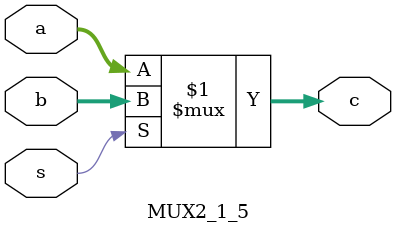
<source format=v>
`timescale 1ns / 1ps


module MUX2_1_5(a , b , s , c) ;
    input[ 4:0] a , b ;
    input s;
    output [4:0] c;
    assign c = s ? b : a;
endmodule

</source>
